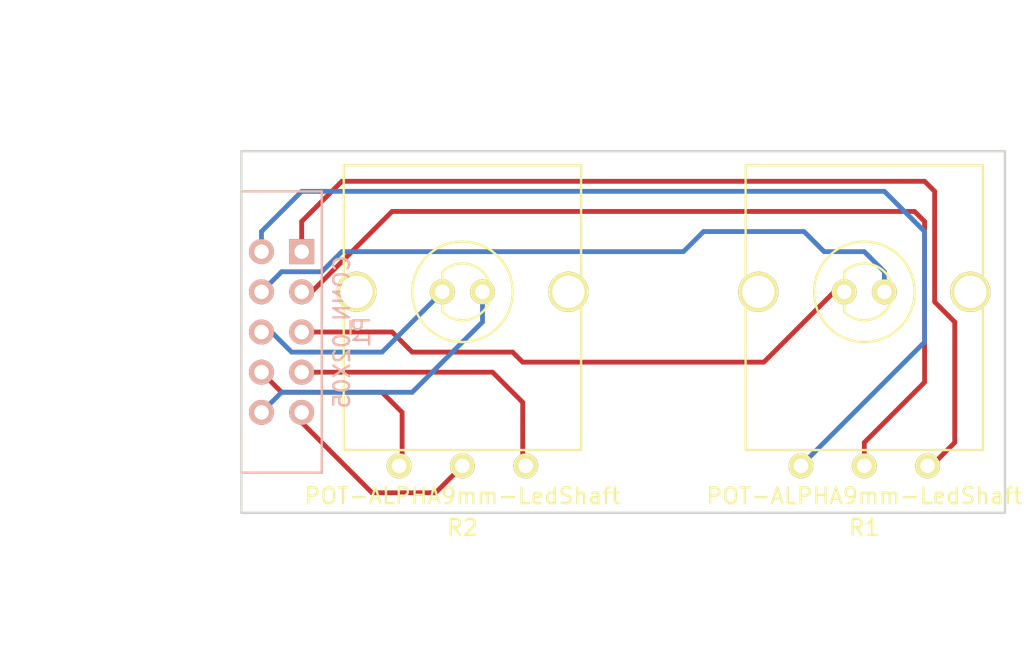
<source format=kicad_pcb>
(kicad_pcb (version 4) (host pcbnew 4.0.5)

  (general
    (links 10)
    (no_connects 0)
    (area 103.604287 91.28 167.656191 133.510001)
    (thickness 1.6)
    (drawings 8)
    (tracks 63)
    (zones 0)
    (modules 3)
    (nets 11)
  )

  (page A4)
  (layers
    (0 F.Cu signal)
    (31 B.Cu signal)
    (32 B.Adhes user)
    (33 F.Adhes user)
    (34 B.Paste user)
    (35 F.Paste user)
    (36 B.SilkS user)
    (37 F.SilkS user)
    (38 B.Mask user)
    (39 F.Mask user)
    (40 Dwgs.User user)
    (41 Cmts.User user)
    (42 Eco1.User user)
    (43 Eco2.User user)
    (44 Edge.Cuts user)
    (45 Margin user)
    (46 B.CrtYd user)
    (47 F.CrtYd user)
    (48 B.Fab user)
    (49 F.Fab user)
  )

  (setup
    (last_trace_width 0.3048)
    (trace_clearance 0.2)
    (zone_clearance 0.508)
    (zone_45_only no)
    (trace_min 0.2)
    (segment_width 0.2)
    (edge_width 0.15)
    (via_size 1.5748)
    (via_drill 0.9144)
    (via_min_size 0.4)
    (via_min_drill 0.3)
    (uvia_size 0.3)
    (uvia_drill 0.1)
    (uvias_allowed no)
    (uvia_min_size 0.2)
    (uvia_min_drill 0.1)
    (pcb_text_width 0.3)
    (pcb_text_size 1.5 1.5)
    (mod_edge_width 0.15)
    (mod_text_size 1 1)
    (mod_text_width 0.15)
    (pad_size 1.524 1.524)
    (pad_drill 0.762)
    (pad_to_mask_clearance 0.2)
    (aux_axis_origin 0 0)
    (visible_elements 7FFFFFFF)
    (pcbplotparams
      (layerselection 0x00030_80000001)
      (usegerberextensions false)
      (excludeedgelayer true)
      (linewidth 0.100000)
      (plotframeref false)
      (viasonmask false)
      (mode 1)
      (useauxorigin false)
      (hpglpennumber 1)
      (hpglpenspeed 20)
      (hpglpendiameter 15)
      (hpglpenoverlay 2)
      (psnegative false)
      (psa4output false)
      (plotreference true)
      (plotvalue true)
      (plotinvisibletext false)
      (padsonsilk false)
      (subtractmaskfromsilk false)
      (outputformat 1)
      (mirror false)
      (drillshape 1)
      (scaleselection 1)
      (outputdirectory ""))
  )

  (net 0 "")
  (net 1 "Net-(P1-Pad1)")
  (net 2 "Net-(P1-Pad2)")
  (net 3 "Net-(P1-Pad3)")
  (net 4 "Net-(P1-Pad4)")
  (net 5 "Net-(P1-Pad5)")
  (net 6 "Net-(P1-Pad6)")
  (net 7 "Net-(P1-Pad7)")
  (net 8 "Net-(P1-Pad8)")
  (net 9 "Net-(P1-Pad9)")
  (net 10 "Net-(P1-Pad10)")

  (net_class Default "This is the default net class."
    (clearance 0.2)
    (trace_width 0.3048)
    (via_dia 1.5748)
    (via_drill 0.9144)
    (uvia_dia 0.3)
    (uvia_drill 0.1)
    (add_net "Net-(P1-Pad1)")
    (add_net "Net-(P1-Pad10)")
    (add_net "Net-(P1-Pad2)")
    (add_net "Net-(P1-Pad3)")
    (add_net "Net-(P1-Pad4)")
    (add_net "Net-(P1-Pad5)")
    (add_net "Net-(P1-Pad6)")
    (add_net "Net-(P1-Pad7)")
    (add_net "Net-(P1-Pad8)")
    (add_net "Net-(P1-Pad9)")
  )

  (module Footprints:Alpha14mmPotWithLED (layer F.Cu) (tedit 56A65B8A) (tstamp 56A66A2F)
    (at 132.08 109.22)
    (path /56A666F8)
    (fp_text reference R2 (at 0 14.9) (layer F.SilkS)
      (effects (font (size 1 1) (thickness 0.15)))
    )
    (fp_text value POT-ALPHA9mm-LedShaft (at 0 12.9) (layer F.SilkS)
      (effects (font (size 1 1) (thickness 0.15)))
    )
    (fp_arc (start 0 0) (end 1.27 1.27) (angle 90) (layer F.SilkS) (width 0.15))
    (fp_arc (start 0 0) (end 1.27 -1.27) (angle 90) (layer F.SilkS) (width 0.15))
    (fp_arc (start 0 0) (end -1.27 -1.27) (angle 90) (layer F.SilkS) (width 0.15))
    (fp_line (start -1.27 -1.27) (end -1.27 1.27) (layer F.SilkS) (width 0.15))
    (fp_circle (center 0 0) (end 3.175 0) (layer F.SilkS) (width 0.15))
    (fp_line (start -7.5 10) (end 7.5 10) (layer F.SilkS) (width 0.15))
    (fp_line (start 7.5 10) (end 7.5 -8) (layer F.SilkS) (width 0.15))
    (fp_line (start 7.5 -8) (end -7.5 -8) (layer F.SilkS) (width 0.15))
    (fp_line (start -7.5 -8) (end -7.5 10) (layer F.SilkS) (width 0.15))
    (pad "" thru_hole circle (at -6.7 0) (size 2.54 2.54) (drill 2.032) (layers *.Cu *.Mask F.SilkS))
    (pad "" thru_hole circle (at 6.7 0) (size 2.54 2.54) (drill 2.032) (layers *.Cu *.Mask F.SilkS))
    (pad 4 thru_hole circle (at -1.27 0) (size 1.5748 1.5748) (drill 0.9144) (layers *.Cu *.Mask F.SilkS)
      (net 6 "Net-(P1-Pad6)"))
    (pad 5 thru_hole circle (at 1.27 0) (size 1.5748 1.5748) (drill 0.9144) (layers *.Cu *.Mask F.SilkS)
      (net 10 "Net-(P1-Pad10)"))
    (pad 2 thru_hole circle (at 0 11) (size 1.5748 1.5748) (drill 0.9144) (layers *.Cu *.Mask F.SilkS)
      (net 9 "Net-(P1-Pad9)"))
    (pad 3 thru_hole circle (at 4 11) (size 1.5748 1.5748) (drill 0.9144) (layers *.Cu *.Mask F.SilkS)
      (net 7 "Net-(P1-Pad7)"))
    (pad 1 thru_hole circle (at -4 11) (size 1.5748 1.5748) (drill 0.9144) (layers *.Cu *.Mask F.SilkS)
      (net 8 "Net-(P1-Pad8)"))
  )

  (module Footprints:Alpha14mmPotWithLED (layer F.Cu) (tedit 56A65B8A) (tstamp 56A66A24)
    (at 157.48 109.22)
    (path /56A66475)
    (fp_text reference R1 (at 0 14.9) (layer F.SilkS)
      (effects (font (size 1 1) (thickness 0.15)))
    )
    (fp_text value POT-ALPHA9mm-LedShaft (at 0 12.9) (layer F.SilkS)
      (effects (font (size 1 1) (thickness 0.15)))
    )
    (fp_arc (start 0 0) (end 1.27 1.27) (angle 90) (layer F.SilkS) (width 0.15))
    (fp_arc (start 0 0) (end 1.27 -1.27) (angle 90) (layer F.SilkS) (width 0.15))
    (fp_arc (start 0 0) (end -1.27 -1.27) (angle 90) (layer F.SilkS) (width 0.15))
    (fp_line (start -1.27 -1.27) (end -1.27 1.27) (layer F.SilkS) (width 0.15))
    (fp_circle (center 0 0) (end 3.175 0) (layer F.SilkS) (width 0.15))
    (fp_line (start -7.5 10) (end 7.5 10) (layer F.SilkS) (width 0.15))
    (fp_line (start 7.5 10) (end 7.5 -8) (layer F.SilkS) (width 0.15))
    (fp_line (start 7.5 -8) (end -7.5 -8) (layer F.SilkS) (width 0.15))
    (fp_line (start -7.5 -8) (end -7.5 10) (layer F.SilkS) (width 0.15))
    (pad "" thru_hole circle (at -6.7 0) (size 2.54 2.54) (drill 2.032) (layers *.Cu *.Mask F.SilkS))
    (pad "" thru_hole circle (at 6.7 0) (size 2.54 2.54) (drill 2.032) (layers *.Cu *.Mask F.SilkS))
    (pad 4 thru_hole circle (at -1.27 0) (size 1.5748 1.5748) (drill 0.9144) (layers *.Cu *.Mask F.SilkS)
      (net 5 "Net-(P1-Pad5)"))
    (pad 5 thru_hole circle (at 1.27 0) (size 1.5748 1.5748) (drill 0.9144) (layers *.Cu *.Mask F.SilkS)
      (net 4 "Net-(P1-Pad4)"))
    (pad 2 thru_hole circle (at 0 11) (size 1.5748 1.5748) (drill 0.9144) (layers *.Cu *.Mask F.SilkS)
      (net 3 "Net-(P1-Pad3)"))
    (pad 3 thru_hole circle (at 4 11) (size 1.5748 1.5748) (drill 0.9144) (layers *.Cu *.Mask F.SilkS)
      (net 1 "Net-(P1-Pad1)"))
    (pad 1 thru_hole circle (at -4 11) (size 1.5748 1.5748) (drill 0.9144) (layers *.Cu *.Mask F.SilkS)
      (net 2 "Net-(P1-Pad2)"))
  )

  (module Footprints:IDC5x2rear (layer F.Cu) (tedit 56A67EF3) (tstamp 56A68024)
    (at 121.92 111.76 90)
    (path /56A17219)
    (fp_text reference P1 (at 0 3.81 90) (layer B.SilkS)
      (effects (font (size 1 1) (thickness 0.15)) (justify mirror))
    )
    (fp_text value CONN_02X05 (at 0 2.54 90) (layer B.SilkS)
      (effects (font (size 1 1) (thickness 0.15)) (justify mirror))
    )
    (fp_line (start -6.35 -3.81) (end 8.89 -3.81) (layer B.SilkS) (width 0.15))
    (fp_line (start 8.89 -3.81) (end 8.89 1.27) (layer B.SilkS) (width 0.15))
    (fp_line (start 8.89 1.27) (end -7.62 1.27) (layer B.SilkS) (width 0.15))
    (fp_line (start -7.62 1.27) (end -8.89 1.27) (layer B.SilkS) (width 0.15))
    (fp_line (start -8.89 1.27) (end -8.89 -3.81) (layer B.SilkS) (width 0.15))
    (fp_line (start -8.89 -3.81) (end -6.35 -3.81) (layer B.SilkS) (width 0.15))
    (pad 1 thru_hole rect (at 5.08 0 90) (size 1.5748 1.5748) (drill 0.9144) (layers *.Cu *.Mask B.SilkS)
      (net 1 "Net-(P1-Pad1)"))
    (pad 2 thru_hole circle (at 5.08 -2.54 90) (size 1.5748 1.5748) (drill 0.9144) (layers *.Cu *.Mask B.SilkS)
      (net 2 "Net-(P1-Pad2)"))
    (pad 3 thru_hole circle (at 2.54 0 90) (size 1.5748 1.5748) (drill 0.9144) (layers *.Cu *.Mask B.SilkS)
      (net 3 "Net-(P1-Pad3)"))
    (pad 4 thru_hole circle (at 2.54 -2.54 90) (size 1.5748 1.5748) (drill 0.9144) (layers *.Cu *.Mask B.SilkS)
      (net 4 "Net-(P1-Pad4)"))
    (pad 5 thru_hole circle (at 0 0 90) (size 1.5748 1.5748) (drill 0.9144) (layers *.Cu *.Mask B.SilkS)
      (net 5 "Net-(P1-Pad5)"))
    (pad 6 thru_hole circle (at 0 -2.54 90) (size 1.5748 1.5748) (drill 0.9144) (layers *.Cu *.Mask B.SilkS)
      (net 6 "Net-(P1-Pad6)"))
    (pad 7 thru_hole circle (at -2.54 0 90) (size 1.5748 1.5748) (drill 0.9144) (layers *.Cu *.Mask B.SilkS)
      (net 7 "Net-(P1-Pad7)"))
    (pad 8 thru_hole circle (at -2.54 -2.54 90) (size 1.5748 1.5748) (drill 0.9144) (layers *.Cu *.Mask B.SilkS)
      (net 8 "Net-(P1-Pad8)"))
    (pad 9 thru_hole circle (at -5.08 0 90) (size 1.5748 1.5748) (drill 0.9144) (layers *.Cu *.Mask B.SilkS)
      (net 9 "Net-(P1-Pad9)"))
    (pad 10 thru_hole circle (at -5.08 -2.54 90) (size 1.5748 1.5748) (drill 0.9144) (layers *.Cu *.Mask B.SilkS)
      (net 10 "Net-(P1-Pad10)"))
  )

  (dimension 25.4 (width 0.3) (layer F.Fab)
    (gr_text "1.0000 in" (at 144.78 128.985) (layer F.Fab)
      (effects (font (size 1.5 1.5) (thickness 0.3)))
    )
    (feature1 (pts (xy 157.48 125.73) (xy 157.48 130.335)))
    (feature2 (pts (xy 132.08 125.73) (xy 132.08 130.335)))
    (crossbar (pts (xy 132.08 127.635) (xy 157.48 127.635)))
    (arrow1a (pts (xy 157.48 127.635) (xy 156.353496 128.221421)))
    (arrow1b (pts (xy 157.48 127.635) (xy 156.353496 127.048579)))
    (arrow2a (pts (xy 132.08 127.635) (xy 133.206504 128.221421)))
    (arrow2b (pts (xy 132.08 127.635) (xy 133.206504 127.048579)))
  )
  (dimension 25.4 (width 0.3) (layer F.Fab)
    (gr_text "1.0000 in" (at 144.78 92.63) (layer F.Fab)
      (effects (font (size 1.5 1.5) (thickness 0.3)))
    )
    (feature1 (pts (xy 157.48 97.79) (xy 157.48 91.28)))
    (feature2 (pts (xy 132.08 97.79) (xy 132.08 91.28)))
    (crossbar (pts (xy 132.08 93.98) (xy 157.48 93.98)))
    (arrow1a (pts (xy 157.48 93.98) (xy 156.353496 94.566421)))
    (arrow1b (pts (xy 157.48 93.98) (xy 156.353496 93.393579)))
    (arrow2a (pts (xy 132.08 93.98) (xy 133.206504 94.566421)))
    (arrow2b (pts (xy 132.08 93.98) (xy 133.206504 93.393579)))
  )
  (dimension 22.86 (width 0.3) (layer F.Fab)
    (gr_text "0.9000 in" (at 109.14 111.76 270) (layer F.Fab)
      (effects (font (size 1.5 1.5) (thickness 0.3)))
    )
    (feature1 (pts (xy 115.57 123.19) (xy 107.79 123.19)))
    (feature2 (pts (xy 115.57 100.33) (xy 107.79 100.33)))
    (crossbar (pts (xy 110.49 100.33) (xy 110.49 123.19)))
    (arrow1a (pts (xy 110.49 123.19) (xy 109.903579 122.063496)))
    (arrow1b (pts (xy 110.49 123.19) (xy 111.076421 122.063496)))
    (arrow2a (pts (xy 110.49 100.33) (xy 109.903579 101.456504)))
    (arrow2b (pts (xy 110.49 100.33) (xy 111.076421 101.456504)))
  )
  (dimension 48.26 (width 0.3) (layer F.Fab)
    (gr_text "1.9000 in" (at 142.24 132.16) (layer F.Fab)
      (effects (font (size 1.5 1.5) (thickness 0.3)))
    )
    (feature1 (pts (xy 166.37 127) (xy 166.37 133.51)))
    (feature2 (pts (xy 118.11 127) (xy 118.11 133.51)))
    (crossbar (pts (xy 118.11 130.81) (xy 166.37 130.81)))
    (arrow1a (pts (xy 166.37 130.81) (xy 165.243496 131.396421)))
    (arrow1b (pts (xy 166.37 130.81) (xy 165.243496 130.223579)))
    (arrow2a (pts (xy 118.11 130.81) (xy 119.236504 131.396421)))
    (arrow2b (pts (xy 118.11 130.81) (xy 119.236504 130.223579)))
  )
  (gr_line (start 118.11 100.33) (end 118.11 123.19) (angle 90) (layer Edge.Cuts) (width 0.15))
  (gr_line (start 166.37 100.33) (end 118.11 100.33) (angle 90) (layer Edge.Cuts) (width 0.15))
  (gr_line (start 166.37 123.19) (end 166.37 100.33) (angle 90) (layer Edge.Cuts) (width 0.15))
  (gr_line (start 118.11 123.19) (end 166.37 123.19) (angle 90) (layer Edge.Cuts) (width 0.15))

  (segment (start 161.48 120.22) (end 161.72 120.22) (width 0.3048) (layer F.Cu) (net 1))
  (segment (start 161.72 120.22) (end 163.195 118.745) (width 0.3048) (layer F.Cu) (net 1) (tstamp 56A6A79E))
  (segment (start 121.92 104.775) (end 121.92 106.68) (width 0.3048) (layer F.Cu) (net 1) (tstamp 56A6A7C4))
  (segment (start 124.46 102.235) (end 121.92 104.775) (width 0.3048) (layer F.Cu) (net 1) (tstamp 56A6A7C0))
  (segment (start 161.29 102.235) (end 124.46 102.235) (width 0.3048) (layer F.Cu) (net 1) (tstamp 56A6A7B5))
  (segment (start 161.925 102.87) (end 161.29 102.235) (width 0.3048) (layer F.Cu) (net 1) (tstamp 56A6A7B3))
  (segment (start 161.925 109.855) (end 161.925 102.87) (width 0.3048) (layer F.Cu) (net 1) (tstamp 56A6A7A7))
  (segment (start 163.195 111.125) (end 161.925 109.855) (width 0.3048) (layer F.Cu) (net 1) (tstamp 56A6A7A5))
  (segment (start 163.195 118.745) (end 163.195 111.125) (width 0.3048) (layer F.Cu) (net 1) (tstamp 56A6A79F))
  (segment (start 161.48 120.46) (end 161.48 120.22) (width 0.3048) (layer F.Cu) (net 1) (tstamp 56A6A4B1))
  (segment (start 119.38 106.68) (end 119.38 105.41) (width 0.3048) (layer B.Cu) (net 2))
  (segment (start 161.29 112.395) (end 153.48 120.205) (width 0.3048) (layer B.Cu) (net 2) (tstamp 56A6A8F9))
  (segment (start 161.29 105.41) (end 161.29 112.395) (width 0.3048) (layer B.Cu) (net 2) (tstamp 56A6A8F8))
  (segment (start 158.75 102.87) (end 161.29 105.41) (width 0.3048) (layer B.Cu) (net 2) (tstamp 56A6A8F2))
  (segment (start 121.92 102.87) (end 158.75 102.87) (width 0.3048) (layer B.Cu) (net 2) (tstamp 56A6A8EC))
  (segment (start 119.38 105.41) (end 121.92 102.87) (width 0.3048) (layer B.Cu) (net 2) (tstamp 56A6A8E5))
  (segment (start 153.48 120.205) (end 153.48 120.22) (width 0.3048) (layer B.Cu) (net 2) (tstamp 56A6A8FC))
  (segment (start 157.48 120.22) (end 157.48 118.745) (width 0.3048) (layer F.Cu) (net 3))
  (segment (start 127.635 104.14) (end 122.555 109.22) (width 0.3048) (layer F.Cu) (net 3) (tstamp 56A6A7EF))
  (segment (start 160.655 104.14) (end 127.635 104.14) (width 0.3048) (layer F.Cu) (net 3) (tstamp 56A6A7EE))
  (segment (start 161.29 104.775) (end 160.655 104.14) (width 0.3048) (layer F.Cu) (net 3) (tstamp 56A6A7E7))
  (segment (start 161.29 114.935) (end 161.29 104.775) (width 0.3048) (layer F.Cu) (net 3) (tstamp 56A6A7DF))
  (segment (start 160.655 115.57) (end 161.29 114.935) (width 0.3048) (layer F.Cu) (net 3) (tstamp 56A6A7DE))
  (segment (start 157.48 118.745) (end 160.655 115.57) (width 0.3048) (layer F.Cu) (net 3) (tstamp 56A6A7DD))
  (segment (start 122.555 109.22) (end 121.92 109.22) (width 0.3048) (layer F.Cu) (net 3) (tstamp 56A6A7FF))
  (segment (start 119.38 109.22) (end 120.65 107.95) (width 0.3048) (layer B.Cu) (net 4))
  (segment (start 158.75 107.95) (end 158.75 109.22) (width 0.3048) (layer B.Cu) (net 4) (tstamp 56A6A4EE))
  (segment (start 157.48 106.68) (end 158.75 107.95) (width 0.3048) (layer B.Cu) (net 4) (tstamp 56A6A4E7))
  (segment (start 124.46 106.68) (end 146.05 106.68) (width 0.3048) (layer B.Cu) (net 4) (tstamp 56A6A4E1))
  (segment (start 146.05 106.68) (end 147.32 105.41) (width 0.3048) (layer B.Cu) (net 4) (tstamp 56A6A5D5))
  (segment (start 147.32 105.41) (end 153.67 105.41) (width 0.3048) (layer B.Cu) (net 4) (tstamp 56A6A62A))
  (segment (start 153.67 105.41) (end 154.94 106.68) (width 0.3048) (layer B.Cu) (net 4) (tstamp 56A6A615))
  (segment (start 154.94 106.68) (end 157.48 106.68) (width 0.3048) (layer B.Cu) (net 4) (tstamp 56A6A601))
  (segment (start 123.19 107.95) (end 124.46 106.68) (width 0.3048) (layer B.Cu) (net 4) (tstamp 56A6A4DD))
  (segment (start 120.65 107.95) (end 123.19 107.95) (width 0.3048) (layer B.Cu) (net 4) (tstamp 56A6A4DA))
  (segment (start 156.21 109.22) (end 155.575 109.22) (width 0.3048) (layer F.Cu) (net 5))
  (segment (start 155.575 109.22) (end 151.13 113.665) (width 0.3048) (layer F.Cu) (net 5) (tstamp 56A6A815))
  (segment (start 151.13 113.665) (end 135.89 113.665) (width 0.3048) (layer F.Cu) (net 5) (tstamp 56A6A81A))
  (segment (start 135.89 113.665) (end 135.255 113.03) (width 0.3048) (layer F.Cu) (net 5) (tstamp 56A6A821))
  (segment (start 135.255 113.03) (end 128.905 113.03) (width 0.3048) (layer F.Cu) (net 5) (tstamp 56A6A824))
  (segment (start 128.905 113.03) (end 127.635 111.76) (width 0.3048) (layer F.Cu) (net 5) (tstamp 56A6A825))
  (segment (start 127.635 111.76) (end 121.92 111.76) (width 0.3048) (layer F.Cu) (net 5) (tstamp 56A6A828))
  (segment (start 119.38 111.76) (end 120.015 111.76) (width 0.3048) (layer B.Cu) (net 6))
  (segment (start 120.015 111.76) (end 121.285 113.03) (width 0.3048) (layer B.Cu) (net 6) (tstamp 56A6A948))
  (segment (start 121.285 113.03) (end 127 113.03) (width 0.3048) (layer B.Cu) (net 6) (tstamp 56A6A94A))
  (segment (start 127 113.03) (end 130.81 109.22) (width 0.3048) (layer B.Cu) (net 6) (tstamp 56A6A94D))
  (segment (start 121.92 114.3) (end 133.985 114.3) (width 0.3048) (layer F.Cu) (net 7))
  (segment (start 135.89 116.205) (end 135.89 120.03) (width 0.3048) (layer F.Cu) (net 7) (tstamp 56A6A6C4))
  (segment (start 133.985 114.3) (end 135.89 116.205) (width 0.3048) (layer F.Cu) (net 7) (tstamp 56A6A6BF))
  (segment (start 135.89 120.03) (end 136.08 120.22) (width 0.3048) (layer F.Cu) (net 7) (tstamp 56A6A6C5))
  (segment (start 119.38 114.3) (end 120.65 115.57) (width 0.3048) (layer F.Cu) (net 8))
  (segment (start 128.27 116.84) (end 128.27 120.03) (width 0.3048) (layer F.Cu) (net 8) (tstamp 56A6A6D7))
  (segment (start 127 115.57) (end 128.27 116.84) (width 0.3048) (layer F.Cu) (net 8) (tstamp 56A6A6D4))
  (segment (start 120.65 115.57) (end 127 115.57) (width 0.3048) (layer F.Cu) (net 8) (tstamp 56A6A6D1))
  (segment (start 128.27 120.03) (end 128.08 120.22) (width 0.3048) (layer F.Cu) (net 8) (tstamp 56A6A6D9))
  (segment (start 121.92 116.84) (end 121.92 117.475) (width 0.3048) (layer F.Cu) (net 9))
  (segment (start 121.92 117.475) (end 126.365 121.92) (width 0.3048) (layer F.Cu) (net 9) (tstamp 56A6A6E0))
  (segment (start 126.365 121.92) (end 130.38 121.92) (width 0.3048) (layer F.Cu) (net 9) (tstamp 56A6A6E4))
  (segment (start 130.38 121.92) (end 132.08 120.22) (width 0.3048) (layer F.Cu) (net 9) (tstamp 56A6A6E7))
  (segment (start 119.38 116.84) (end 120.65 115.57) (width 0.3048) (layer B.Cu) (net 10))
  (segment (start 133.35 111.125) (end 133.35 109.22) (width 0.3048) (layer B.Cu) (net 10) (tstamp 56A6A960))
  (segment (start 128.905 115.57) (end 133.35 111.125) (width 0.3048) (layer B.Cu) (net 10) (tstamp 56A6A95E))
  (segment (start 120.65 115.57) (end 128.905 115.57) (width 0.3048) (layer B.Cu) (net 10) (tstamp 56A6A956))

)

</source>
